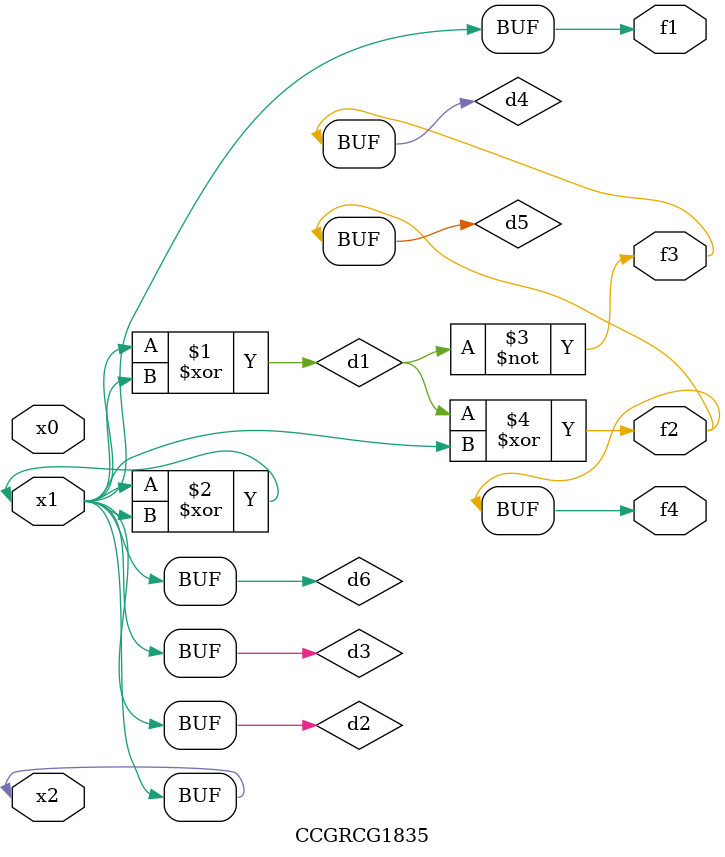
<source format=v>
module CCGRCG1835(
	input x0, x1, x2,
	output f1, f2, f3, f4
);

	wire d1, d2, d3, d4, d5, d6;

	xor (d1, x1, x2);
	buf (d2, x1, x2);
	xor (d3, x1, x2);
	nor (d4, d1);
	xor (d5, d1, d2);
	buf (d6, d2, d3);
	assign f1 = d6;
	assign f2 = d5;
	assign f3 = d4;
	assign f4 = d5;
endmodule

</source>
